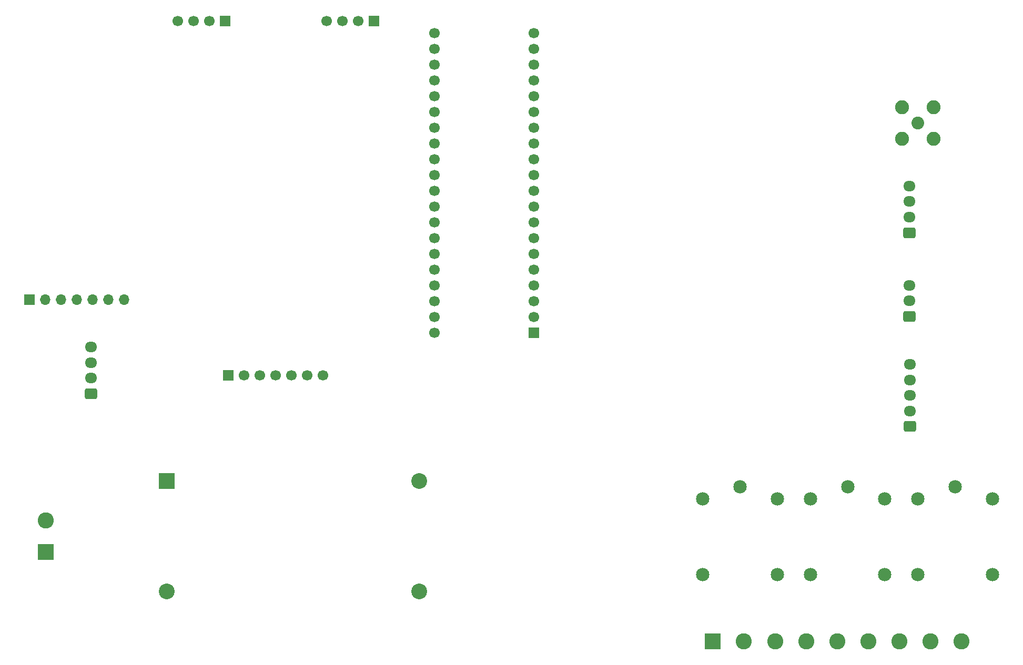
<source format=gbs>
%TF.GenerationSoftware,KiCad,Pcbnew,8.0.4*%
%TF.CreationDate,2025-02-09T10:04:46+05:30*%
%TF.ProjectId,CAR PCB,43415220-5043-4422-9e6b-696361645f70,rev?*%
%TF.SameCoordinates,Original*%
%TF.FileFunction,Soldermask,Bot*%
%TF.FilePolarity,Negative*%
%FSLAX46Y46*%
G04 Gerber Fmt 4.6, Leading zero omitted, Abs format (unit mm)*
G04 Created by KiCad (PCBNEW 8.0.4) date 2025-02-09 10:04:46*
%MOMM*%
%LPD*%
G01*
G04 APERTURE LIST*
G04 Aperture macros list*
%AMRoundRect*
0 Rectangle with rounded corners*
0 $1 Rounding radius*
0 $2 $3 $4 $5 $6 $7 $8 $9 X,Y pos of 4 corners*
0 Add a 4 corners polygon primitive as box body*
4,1,4,$2,$3,$4,$5,$6,$7,$8,$9,$2,$3,0*
0 Add four circle primitives for the rounded corners*
1,1,$1+$1,$2,$3*
1,1,$1+$1,$4,$5*
1,1,$1+$1,$6,$7*
1,1,$1+$1,$8,$9*
0 Add four rect primitives between the rounded corners*
20,1,$1+$1,$2,$3,$4,$5,0*
20,1,$1+$1,$4,$5,$6,$7,0*
20,1,$1+$1,$6,$7,$8,$9,0*
20,1,$1+$1,$8,$9,$2,$3,0*%
G04 Aperture macros list end*
%ADD10R,2.600000X2.600000*%
%ADD11C,2.600000*%
%ADD12RoundRect,0.250000X0.725000X-0.600000X0.725000X0.600000X-0.725000X0.600000X-0.725000X-0.600000X0*%
%ADD13O,1.950000X1.700000*%
%ADD14R,1.700000X1.700000*%
%ADD15C,1.700000*%
%ADD16O,1.700000X1.700000*%
%ADD17C,2.154000*%
%ADD18R,2.540000X2.540000*%
%ADD19C,2.540000*%
%ADD20C,2.050000*%
%ADD21C,2.250000*%
G04 APERTURE END LIST*
D10*
%TO.C,J701*%
X180091000Y-157353000D03*
D11*
X185091000Y-157353000D03*
X190091000Y-157353000D03*
X195091000Y-157353000D03*
X200091000Y-157353000D03*
X205091000Y-157353000D03*
X210091000Y-157353000D03*
X215091000Y-157353000D03*
X220091000Y-157353000D03*
%TD*%
D12*
%TO.C,SW201*%
X211709000Y-91567000D03*
D13*
X211709000Y-89067000D03*
X211709000Y-86567000D03*
X211709000Y-84067000D03*
%TD*%
D14*
%TO.C,J401*%
X102108000Y-114554000D03*
D15*
X104648000Y-114554000D03*
X107188000Y-114554000D03*
X109728000Y-114554000D03*
X112268000Y-114554000D03*
X114808000Y-114554000D03*
X117348000Y-114554000D03*
D14*
X125538000Y-57514000D03*
D15*
X122998000Y-57514000D03*
X120458000Y-57514000D03*
X117918000Y-57514000D03*
D14*
X101538000Y-57514000D03*
D15*
X98998000Y-57514000D03*
X96458000Y-57514000D03*
X93918000Y-57514000D03*
%TD*%
D12*
%TO.C,J201*%
X211836000Y-122776000D03*
D13*
X211836000Y-120276000D03*
X211836000Y-117776000D03*
X211836000Y-115276000D03*
X211836000Y-112776000D03*
%TD*%
D14*
%TO.C,J601*%
X70104000Y-102362000D03*
D16*
X72644000Y-102362000D03*
X75184000Y-102362000D03*
X77724000Y-102362000D03*
X80264000Y-102362000D03*
X82804000Y-102362000D03*
X85344000Y-102362000D03*
%TD*%
D17*
%TO.C,K701*%
X178484500Y-134461000D03*
X190484500Y-134461000D03*
X184484500Y-132461000D03*
X190484500Y-146661000D03*
X178484500Y-146661000D03*
%TD*%
%TO.C,K702*%
X195772000Y-134461000D03*
X207772000Y-134461000D03*
X201772000Y-132461000D03*
X207772000Y-146661000D03*
X195772000Y-146661000D03*
%TD*%
D12*
%TO.C,J501*%
X80010000Y-117482000D03*
D13*
X80010000Y-114982000D03*
X80010000Y-112482000D03*
X80010000Y-109982000D03*
%TD*%
D18*
%TO.C,U101*%
X92202000Y-131572000D03*
D19*
X92202000Y-149352000D03*
X132842000Y-149352000D03*
X132842000Y-131572000D03*
%TD*%
D10*
%TO.C,J102*%
X72690000Y-143007000D03*
D11*
X72690000Y-137927000D03*
%TD*%
D17*
%TO.C,K703*%
X213059500Y-134461000D03*
X225059500Y-134461000D03*
X219059500Y-132461000D03*
X225059500Y-146661000D03*
X213059500Y-146661000D03*
%TD*%
D12*
%TO.C,RV201*%
X211709000Y-105069000D03*
D13*
X211709000Y-102569000D03*
X211709000Y-100069000D03*
%TD*%
D15*
%TO.C,U301*%
X135231000Y-59436000D03*
X135231000Y-61976000D03*
X135231000Y-64516000D03*
X135231000Y-67056000D03*
X135231000Y-69596000D03*
X135231000Y-72136000D03*
X135231000Y-74676000D03*
X135231000Y-77216000D03*
X135231000Y-79756000D03*
X135231000Y-82296000D03*
X135231000Y-84836000D03*
X135231000Y-87376000D03*
X135231000Y-89916000D03*
X135231000Y-92456000D03*
X135231000Y-94996000D03*
X135231000Y-97536000D03*
X135231000Y-100076000D03*
X135231000Y-102616000D03*
X135231000Y-105156000D03*
X135231000Y-107696000D03*
X151281000Y-59436000D03*
X151281000Y-61976000D03*
X151281000Y-64516000D03*
X151281000Y-67056000D03*
X151281000Y-69596000D03*
X151281000Y-72136000D03*
X151281000Y-74676000D03*
X151281000Y-77216000D03*
X151281000Y-79756000D03*
X151281000Y-82296000D03*
X151281000Y-84836000D03*
X151281000Y-87376000D03*
X151281000Y-89916000D03*
X151281000Y-92456000D03*
X151281000Y-94996000D03*
X151281000Y-97536000D03*
X151281000Y-100076000D03*
X151281000Y-102616000D03*
X151281000Y-105156000D03*
D14*
X151281000Y-107696000D03*
%TD*%
D20*
%TO.C,AE101*%
X213106000Y-73914000D03*
D21*
X210566000Y-76454000D03*
X215646000Y-76454000D03*
X210566000Y-71374000D03*
X215646000Y-71374000D03*
%TD*%
M02*

</source>
